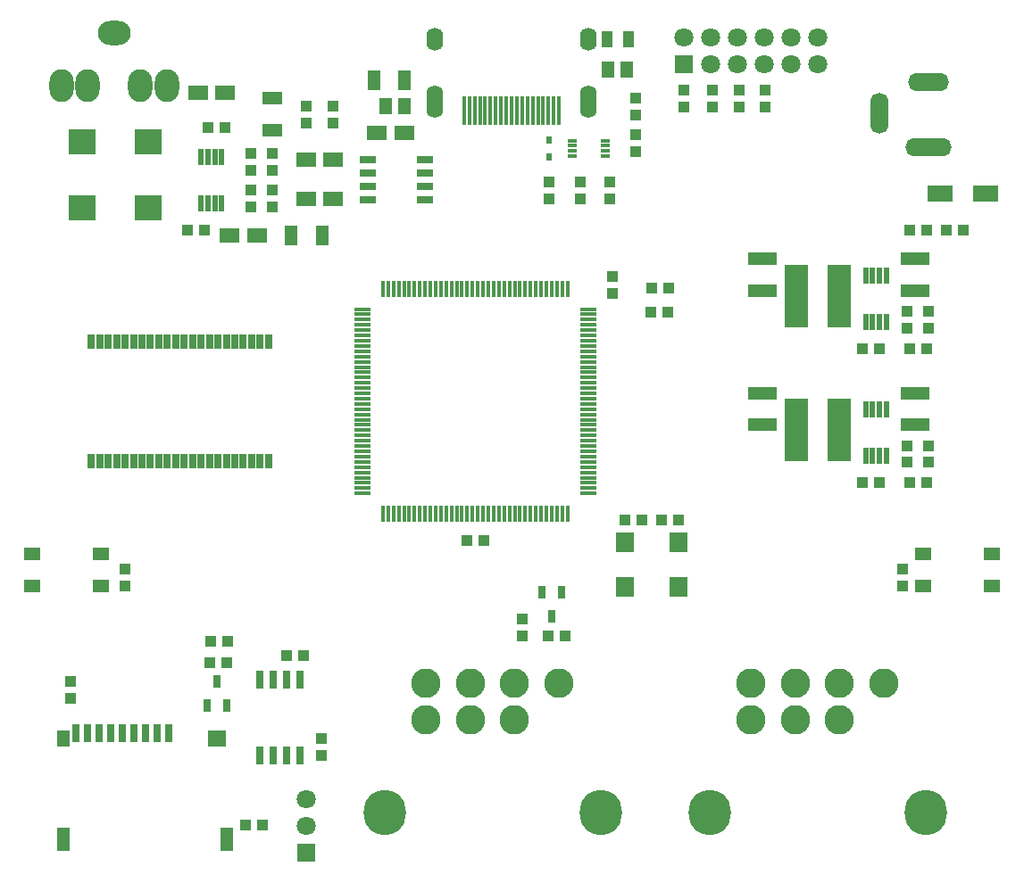
<source format=gts>
G04*
G04 #@! TF.GenerationSoftware,Altium Limited,Altium Designer,23.4.1 (23)*
G04*
G04 Layer_Color=8388736*
%FSLAX44Y44*%
%MOMM*%
G71*
G04*
G04 #@! TF.SameCoordinates,0BEE9D39-8D09-447D-96B2-328BBDF68ADB*
G04*
G04*
G04 #@! TF.FilePolarity,Negative*
G04*
G01*
G75*
%ADD18R,1.0000X1.1000*%
%ADD19R,0.4000X2.7000*%
%ADD20R,1.1000X1.0000*%
%ADD21R,1.1000X1.0500*%
%ADD22R,0.7000X1.7000*%
%ADD23R,0.5500X1.6000*%
%ADD24R,1.3000X1.9000*%
%ADD25R,1.9000X1.3500*%
%ADD26R,2.5500X2.4500*%
%ADD27R,1.2500X1.9000*%
%ADD28R,1.9000X1.2500*%
%ADD29R,1.5000X1.2000*%
%ADD30R,0.7500X1.1500*%
%ADD31R,1.0500X1.1000*%
%ADD32R,0.6500X1.4000*%
%ADD33R,0.9500X0.4000*%
%ADD34R,1.6500X0.7000*%
%ADD35R,1.6000X0.4000*%
%ADD36R,0.4000X1.6000*%
%ADD37R,1.0500X1.5000*%
%ADD38R,1.7000X1.9500*%
%ADD39R,2.2000X5.9000*%
%ADD40R,0.5200X0.6500*%
%ADD41R,2.4500X1.6500*%
%ADD42R,0.8000X1.7000*%
%ADD43R,1.7000X1.5000*%
%ADD44R,1.3000X1.5000*%
%ADD45R,1.3000X2.3000*%
%ADD46R,1.1500X1.5000*%
%ADD47R,2.8000X1.2500*%
%ADD48O,1.6000X2.2000*%
%ADD49O,1.6000X3.1000*%
%ADD50C,1.8000*%
%ADD51R,1.8000X1.8000*%
%ADD52C,2.8000*%
G04:AMPARAMS|DCode=53|XSize=4mm|YSize=4.3mm|CornerRadius=2mm|HoleSize=0mm|Usage=FLASHONLY|Rotation=0.000|XOffset=0mm|YOffset=0mm|HoleType=Round|Shape=RoundedRectangle|*
%AMROUNDEDRECTD53*
21,1,4.0000,0.3000,0,0,0.0*
21,1,0.0000,4.3000,0,0,0.0*
1,1,4.0000,0.0000,-0.1500*
1,1,4.0000,0.0000,-0.1500*
1,1,4.0000,0.0000,0.1500*
1,1,4.0000,0.0000,0.1500*
%
%ADD53ROUNDEDRECTD53*%
%ADD54C,0.1000*%
%ADD55O,2.3000X3.1000*%
%ADD56O,3.1000X2.3000*%
%ADD57R,1.8000X1.8000*%
%ADD58R,0.1000X0.1000*%
%ADD59O,4.4000X1.7000*%
%ADD60O,3.9000X1.7000*%
%ADD61O,1.7000X3.9000*%
D18*
X229500Y212000D02*
D03*
X213500D02*
D03*
X550500Y237500D02*
D03*
X534500D02*
D03*
X263500Y57500D02*
D03*
X247500D02*
D03*
X228000Y720000D02*
D03*
X212000D02*
D03*
X208000Y622500D02*
D03*
X192000D02*
D03*
X214000Y232500D02*
D03*
X230000D02*
D03*
X658000Y347000D02*
D03*
X642000D02*
D03*
X302500Y218500D02*
D03*
X286500D02*
D03*
X648500Y567500D02*
D03*
X632500D02*
D03*
X648000Y545000D02*
D03*
X632000D02*
D03*
X457000Y327500D02*
D03*
X473000D02*
D03*
X832000Y382500D02*
D03*
X848000D02*
D03*
X832500Y510000D02*
D03*
X848500D02*
D03*
X912000Y622500D02*
D03*
X928000D02*
D03*
X877000Y622500D02*
D03*
X893000D02*
D03*
D19*
X454500Y736000D02*
D03*
X544500D02*
D03*
X539500D02*
D03*
X534500D02*
D03*
X529500D02*
D03*
X524500D02*
D03*
X519500D02*
D03*
X514500D02*
D03*
X509500D02*
D03*
X504500D02*
D03*
X499500D02*
D03*
X494500D02*
D03*
X489500D02*
D03*
X484500D02*
D03*
X479500D02*
D03*
X474500D02*
D03*
X469500D02*
D03*
X464500D02*
D03*
X459500D02*
D03*
D20*
X565000Y668000D02*
D03*
Y652000D02*
D03*
X740000Y739500D02*
D03*
Y755500D02*
D03*
X715000Y739500D02*
D03*
Y755500D02*
D03*
X252500Y695500D02*
D03*
Y679500D02*
D03*
Y660500D02*
D03*
Y644500D02*
D03*
X870000Y301000D02*
D03*
Y285000D02*
D03*
X132500Y301000D02*
D03*
Y285000D02*
D03*
X690000Y755500D02*
D03*
Y739500D02*
D03*
X662500Y755500D02*
D03*
Y739500D02*
D03*
X595000Y578500D02*
D03*
Y562500D02*
D03*
X81500Y194000D02*
D03*
Y178000D02*
D03*
X304500Y724500D02*
D03*
Y740500D02*
D03*
X330500Y724500D02*
D03*
Y740500D02*
D03*
X592500Y652000D02*
D03*
Y668000D02*
D03*
X617500Y748000D02*
D03*
Y732000D02*
D03*
X272500Y695500D02*
D03*
Y679500D02*
D03*
X535000Y668000D02*
D03*
Y652000D02*
D03*
X272500Y644500D02*
D03*
Y660500D02*
D03*
X875000Y418000D02*
D03*
Y402000D02*
D03*
Y545500D02*
D03*
Y529500D02*
D03*
X510000Y237500D02*
D03*
Y253500D02*
D03*
D21*
X319000Y140000D02*
D03*
Y124000D02*
D03*
X617500Y697000D02*
D03*
Y713000D02*
D03*
X895000Y418000D02*
D03*
Y402000D02*
D03*
Y545500D02*
D03*
Y529500D02*
D03*
D22*
X299050Y196000D02*
D03*
X286350D02*
D03*
X273650D02*
D03*
X260950D02*
D03*
Y124000D02*
D03*
X273650D02*
D03*
X286350D02*
D03*
X299050D02*
D03*
D23*
X205250Y692000D02*
D03*
X211750D02*
D03*
X218250D02*
D03*
X224750D02*
D03*
Y648000D02*
D03*
X218250D02*
D03*
X211750D02*
D03*
X205250D02*
D03*
X835250Y408000D02*
D03*
X841750D02*
D03*
X848250D02*
D03*
X854750D02*
D03*
Y452000D02*
D03*
X848250D02*
D03*
X841750D02*
D03*
X835250D02*
D03*
X835250Y535500D02*
D03*
X841750D02*
D03*
X848250D02*
D03*
X854750D02*
D03*
Y579500D02*
D03*
X848250D02*
D03*
X841750D02*
D03*
X835250D02*
D03*
D24*
X369000Y765000D02*
D03*
X398000D02*
D03*
D25*
X258000Y617500D02*
D03*
X232000D02*
D03*
X202000Y752500D02*
D03*
X228000D02*
D03*
X330500Y689000D02*
D03*
X304500D02*
D03*
X330500Y652500D02*
D03*
X304500D02*
D03*
X398000Y715000D02*
D03*
X372000D02*
D03*
D26*
X92500Y706000D02*
D03*
Y644000D02*
D03*
X155000Y706000D02*
D03*
Y644000D02*
D03*
D27*
X320000Y617500D02*
D03*
X290000D02*
D03*
D28*
X272500Y717500D02*
D03*
Y747500D02*
D03*
D29*
X955000Y285000D02*
D03*
X890000D02*
D03*
X955000Y315000D02*
D03*
X890000D02*
D03*
X45000D02*
D03*
X110000D02*
D03*
X45000Y285000D02*
D03*
X110000D02*
D03*
D30*
X537500Y256000D02*
D03*
X528000Y279000D02*
D03*
X547000D02*
D03*
X220000Y193915D02*
D03*
X229500Y170915D02*
D03*
X210500D02*
D03*
D31*
X607000Y347000D02*
D03*
X623000D02*
D03*
X877000Y382500D02*
D03*
X893000D02*
D03*
X877000Y510000D02*
D03*
X893000D02*
D03*
D32*
X101000Y403000D02*
D03*
X109000D02*
D03*
X117000D02*
D03*
X125000D02*
D03*
X133000D02*
D03*
X141000D02*
D03*
X149000D02*
D03*
X157000D02*
D03*
X165000D02*
D03*
X173000D02*
D03*
X181000D02*
D03*
X189000D02*
D03*
X197000D02*
D03*
X205000D02*
D03*
X213000D02*
D03*
X221000D02*
D03*
X229000D02*
D03*
X237000D02*
D03*
X245000D02*
D03*
X253000D02*
D03*
X261000D02*
D03*
X269000D02*
D03*
Y517000D02*
D03*
X261000D02*
D03*
X253000D02*
D03*
X245000D02*
D03*
X237000D02*
D03*
X229000D02*
D03*
X221000D02*
D03*
X213000D02*
D03*
X205000D02*
D03*
X197000D02*
D03*
X189000D02*
D03*
X181000D02*
D03*
X173000D02*
D03*
X165000D02*
D03*
X157000D02*
D03*
X149000D02*
D03*
X141000D02*
D03*
X133000D02*
D03*
X125000D02*
D03*
X117000D02*
D03*
X109000D02*
D03*
X101000D02*
D03*
D33*
X588000Y707500D02*
D03*
Y702500D02*
D03*
Y697500D02*
D03*
Y692500D02*
D03*
X557000D02*
D03*
Y697500D02*
D03*
Y702500D02*
D03*
Y707500D02*
D03*
D34*
X417000Y650950D02*
D03*
X363000Y689050D02*
D03*
Y676350D02*
D03*
Y663650D02*
D03*
Y650950D02*
D03*
X417000Y689050D02*
D03*
Y676350D02*
D03*
Y663650D02*
D03*
D35*
X358000Y547500D02*
D03*
Y542500D02*
D03*
Y537500D02*
D03*
Y532500D02*
D03*
Y527500D02*
D03*
Y522500D02*
D03*
Y517500D02*
D03*
Y512500D02*
D03*
Y507500D02*
D03*
Y502500D02*
D03*
Y497500D02*
D03*
Y492500D02*
D03*
Y487500D02*
D03*
Y482500D02*
D03*
Y477500D02*
D03*
Y472500D02*
D03*
Y467500D02*
D03*
Y462500D02*
D03*
Y457500D02*
D03*
Y452500D02*
D03*
Y447500D02*
D03*
Y442500D02*
D03*
Y437500D02*
D03*
Y432500D02*
D03*
Y427500D02*
D03*
Y422500D02*
D03*
Y417500D02*
D03*
Y412500D02*
D03*
Y407500D02*
D03*
Y402500D02*
D03*
Y397500D02*
D03*
Y392500D02*
D03*
Y387500D02*
D03*
Y382500D02*
D03*
Y377500D02*
D03*
Y372500D02*
D03*
X572000D02*
D03*
Y377500D02*
D03*
Y382500D02*
D03*
Y387500D02*
D03*
Y392500D02*
D03*
Y397500D02*
D03*
Y402500D02*
D03*
Y407500D02*
D03*
Y412500D02*
D03*
Y417500D02*
D03*
Y422500D02*
D03*
Y427500D02*
D03*
Y432500D02*
D03*
Y437500D02*
D03*
Y442500D02*
D03*
Y447500D02*
D03*
Y452500D02*
D03*
Y457500D02*
D03*
Y462500D02*
D03*
Y467500D02*
D03*
Y472500D02*
D03*
Y477500D02*
D03*
Y482500D02*
D03*
Y487500D02*
D03*
Y492500D02*
D03*
Y497500D02*
D03*
Y502500D02*
D03*
Y507500D02*
D03*
Y512500D02*
D03*
Y517500D02*
D03*
Y522500D02*
D03*
Y527500D02*
D03*
Y532500D02*
D03*
Y537500D02*
D03*
Y542500D02*
D03*
Y547500D02*
D03*
D36*
X377500Y353000D02*
D03*
X382500D02*
D03*
X387500D02*
D03*
X392500D02*
D03*
X397500D02*
D03*
X402500D02*
D03*
X407500D02*
D03*
X412500D02*
D03*
X417500D02*
D03*
X422500D02*
D03*
X427500D02*
D03*
X432500D02*
D03*
X437500D02*
D03*
X442500D02*
D03*
X447500D02*
D03*
X452500D02*
D03*
X457500D02*
D03*
X462500D02*
D03*
X467500D02*
D03*
X472500D02*
D03*
X477500D02*
D03*
X482500D02*
D03*
X487500D02*
D03*
X492500D02*
D03*
X497500D02*
D03*
X502500D02*
D03*
X507500D02*
D03*
X512500D02*
D03*
X517500D02*
D03*
X522500D02*
D03*
X527500D02*
D03*
X532500D02*
D03*
X537500D02*
D03*
X542500D02*
D03*
X547500D02*
D03*
X552500D02*
D03*
Y567000D02*
D03*
X547500D02*
D03*
X542500D02*
D03*
X537500D02*
D03*
X532500D02*
D03*
X527500D02*
D03*
X522500D02*
D03*
X517500D02*
D03*
X512500D02*
D03*
X507500D02*
D03*
X502500D02*
D03*
X497500D02*
D03*
X492500D02*
D03*
X487500D02*
D03*
X482500D02*
D03*
X477500D02*
D03*
X472500D02*
D03*
X467500D02*
D03*
X462500D02*
D03*
X457500D02*
D03*
X452500D02*
D03*
X447500D02*
D03*
X442500D02*
D03*
X437500D02*
D03*
X432500D02*
D03*
X427500D02*
D03*
X422500D02*
D03*
X417500D02*
D03*
X412500D02*
D03*
X407500D02*
D03*
X402500D02*
D03*
X397500D02*
D03*
X392500D02*
D03*
X387500D02*
D03*
X382500D02*
D03*
X377500D02*
D03*
D37*
X610000Y804000D02*
D03*
X590000D02*
D03*
D38*
X607100Y283500D02*
D03*
X657900D02*
D03*
Y326500D02*
D03*
X607100D02*
D03*
D39*
X769500Y432500D02*
D03*
X810500D02*
D03*
X769500Y560000D02*
D03*
X810500D02*
D03*
D40*
X535000Y692000D02*
D03*
Y708000D02*
D03*
D41*
X949000Y657500D02*
D03*
X906000D02*
D03*
D42*
X174000Y145000D02*
D03*
X163000D02*
D03*
X152000D02*
D03*
X141000D02*
D03*
X130000D02*
D03*
X119000D02*
D03*
X108000D02*
D03*
X97000D02*
D03*
X86000D02*
D03*
D43*
X220500Y140000D02*
D03*
D44*
X74500D02*
D03*
D45*
X229500Y44000D02*
D03*
X74500D02*
D03*
D46*
X591000Y775000D02*
D03*
X609000D02*
D03*
X398000Y740000D02*
D03*
X380000D02*
D03*
D47*
X882500Y467500D02*
D03*
Y437500D02*
D03*
X737500Y467500D02*
D03*
Y437500D02*
D03*
X882500Y595000D02*
D03*
Y565000D02*
D03*
X737500Y595000D02*
D03*
Y565000D02*
D03*
D48*
X572000Y804000D02*
D03*
X427000D02*
D03*
D49*
X572000Y744000D02*
D03*
X427000D02*
D03*
D50*
X305000Y82500D02*
D03*
Y57100D02*
D03*
X662500Y805000D02*
D03*
X687900Y779600D02*
D03*
Y805000D02*
D03*
X713300Y779600D02*
D03*
Y805000D02*
D03*
X738700Y779600D02*
D03*
Y805000D02*
D03*
X764100Y779600D02*
D03*
Y805000D02*
D03*
X789500Y779600D02*
D03*
Y805000D02*
D03*
D51*
X305000Y31700D02*
D03*
D52*
X418250Y157500D02*
D03*
X460160D02*
D03*
X502070D02*
D03*
Y192500D02*
D03*
X418250D02*
D03*
X544000D02*
D03*
X460160D02*
D03*
X768660D02*
D03*
X852500D02*
D03*
X726750D02*
D03*
X810570D02*
D03*
Y157500D02*
D03*
X768660D02*
D03*
X726750D02*
D03*
D53*
X379000Y70000D02*
D03*
X584000D02*
D03*
X892500D02*
D03*
X687500D02*
D03*
D54*
X122500Y760000D02*
D03*
X172500Y810000D02*
D03*
X72500D02*
D03*
D55*
X172500Y760000D02*
D03*
X147500D02*
D03*
X97500D02*
D03*
X72500D02*
D03*
D56*
X122500Y810000D02*
D03*
D57*
X662500Y779600D02*
D03*
D58*
X182500Y40000D02*
D03*
X102700D02*
D03*
D59*
X895000Y701000D02*
D03*
D60*
Y763000D02*
D03*
D61*
X848000Y733000D02*
D03*
M02*

</source>
